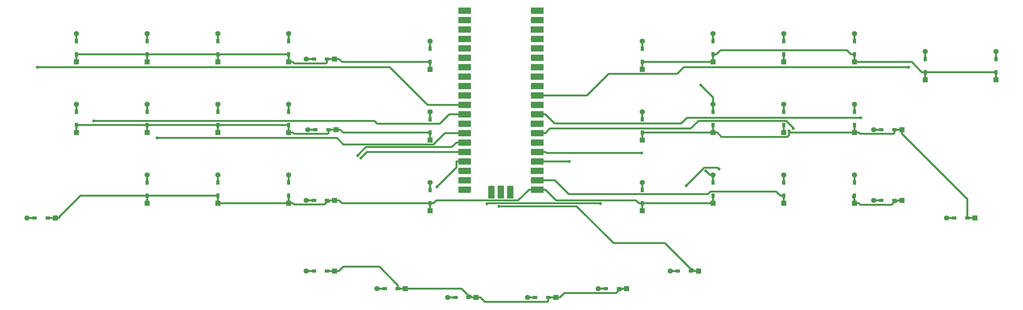
<source format=gbr>
G04 #@! TF.GenerationSoftware,KiCad,Pcbnew,8.0.4*
G04 #@! TF.CreationDate,2024-09-22T19:53:22+09:00*
G04 #@! TF.ProjectId,first_keyboard,66697273-745f-46b6-9579-626f6172642e,rev?*
G04 #@! TF.SameCoordinates,Original*
G04 #@! TF.FileFunction,Copper,L1,Top*
G04 #@! TF.FilePolarity,Positive*
%FSLAX46Y46*%
G04 Gerber Fmt 4.6, Leading zero omitted, Abs format (unit mm)*
G04 Created by KiCad (PCBNEW 8.0.4) date 2024-09-22 19:53:22*
%MOMM*%
%LPD*%
G01*
G04 APERTURE LIST*
G04 #@! TA.AperFunction,ComponentPad*
%ADD10O,1.700000X1.700000*%
G04 #@! TD*
G04 #@! TA.AperFunction,SMDPad,CuDef*
%ADD11R,3.500000X1.700000*%
G04 #@! TD*
G04 #@! TA.AperFunction,ComponentPad*
%ADD12R,1.700000X1.700000*%
G04 #@! TD*
G04 #@! TA.AperFunction,SMDPad,CuDef*
%ADD13R,1.700000X3.500000*%
G04 #@! TD*
G04 #@! TA.AperFunction,ComponentPad*
%ADD14R,1.397000X1.397000*%
G04 #@! TD*
G04 #@! TA.AperFunction,SMDPad,CuDef*
%ADD15R,0.950000X1.300000*%
G04 #@! TD*
G04 #@! TA.AperFunction,ComponentPad*
%ADD16C,1.397000*%
G04 #@! TD*
G04 #@! TA.AperFunction,SMDPad,CuDef*
%ADD17R,1.300000X0.950000*%
G04 #@! TD*
G04 #@! TA.AperFunction,ViaPad*
%ADD18C,0.800000*%
G04 #@! TD*
G04 #@! TA.AperFunction,Conductor*
%ADD19C,0.500000*%
G04 #@! TD*
G04 APERTURE END LIST*
D10*
X193516300Y-120332500D03*
D11*
X192616300Y-120332500D03*
D10*
X193516300Y-122872500D03*
D11*
X192616300Y-122872500D03*
D12*
X193516300Y-125412500D03*
D11*
X192616300Y-125412500D03*
D10*
X193516300Y-127952500D03*
D11*
X192616300Y-127952500D03*
D10*
X193516300Y-130492500D03*
D11*
X192616300Y-130492500D03*
D10*
X193516300Y-133032500D03*
D11*
X192616300Y-133032500D03*
D10*
X193516300Y-135572500D03*
D11*
X192616300Y-135572500D03*
D12*
X193516300Y-138112500D03*
D11*
X192616300Y-138112500D03*
D10*
X193516300Y-140652500D03*
D11*
X192616300Y-140652500D03*
D10*
X193516300Y-143192500D03*
D11*
X192616300Y-143192500D03*
D10*
X193516300Y-145732500D03*
D11*
X192616300Y-145732500D03*
D10*
X193516300Y-148272500D03*
D11*
X192616300Y-148272500D03*
D12*
X193516300Y-150812500D03*
D11*
X192616300Y-150812500D03*
D10*
X193516300Y-153352500D03*
D11*
X192616300Y-153352500D03*
D10*
X193516300Y-155892500D03*
D11*
X192616300Y-155892500D03*
D10*
X193516300Y-158432500D03*
D11*
X192616300Y-158432500D03*
D10*
X193516300Y-160972500D03*
D11*
X192616300Y-160972500D03*
D12*
X193516300Y-163512500D03*
D11*
X192616300Y-163512500D03*
D10*
X193516300Y-166052500D03*
D11*
X192616300Y-166052500D03*
D10*
X193516300Y-168592500D03*
D11*
X192616300Y-168592500D03*
D10*
X211296300Y-168592500D03*
D11*
X212196300Y-168592500D03*
D10*
X211296300Y-166052500D03*
D11*
X212196300Y-166052500D03*
D12*
X211296300Y-163512500D03*
D11*
X212196300Y-163512500D03*
D10*
X211296300Y-160972500D03*
D11*
X212196300Y-160972500D03*
D10*
X211296300Y-158432500D03*
D11*
X212196300Y-158432500D03*
D10*
X211296300Y-155892500D03*
D11*
X212196300Y-155892500D03*
D10*
X211296300Y-153352500D03*
D11*
X212196300Y-153352500D03*
D12*
X211296300Y-150812500D03*
D11*
X212196300Y-150812500D03*
D10*
X211296300Y-148272500D03*
D11*
X212196300Y-148272500D03*
D10*
X211296300Y-145732500D03*
D11*
X212196300Y-145732500D03*
D10*
X211296300Y-143192500D03*
D11*
X212196300Y-143192500D03*
D10*
X211296300Y-140652500D03*
D11*
X212196300Y-140652500D03*
D12*
X211296300Y-138112500D03*
D11*
X212196300Y-138112500D03*
D10*
X211296300Y-135572500D03*
D11*
X212196300Y-135572500D03*
D10*
X211296300Y-133032500D03*
D11*
X212196300Y-133032500D03*
D10*
X211296300Y-130492500D03*
D11*
X212196300Y-130492500D03*
D10*
X211296300Y-127952500D03*
D11*
X212196300Y-127952500D03*
D12*
X211296300Y-125412500D03*
D11*
X212196300Y-125412500D03*
D10*
X211296300Y-122872500D03*
D11*
X212196300Y-122872500D03*
D10*
X211296300Y-120332500D03*
D11*
X212196300Y-120332500D03*
D10*
X199866300Y-168362500D03*
D13*
X199866300Y-169262500D03*
D12*
X202406300Y-168362500D03*
D13*
X202406300Y-169262500D03*
D10*
X204946300Y-168362500D03*
D13*
X204946300Y-169262500D03*
D14*
X297656300Y-153222500D03*
D15*
X297656300Y-151187500D03*
X297656300Y-147637500D03*
D16*
X297656300Y-145602500D03*
D14*
X157638800Y-190500000D03*
D17*
X155603800Y-190500000D03*
X152053800Y-190500000D03*
D16*
X150018800Y-190500000D03*
D14*
X240506300Y-136207500D03*
D15*
X240506300Y-134172500D03*
X240506300Y-130622500D03*
D16*
X240506300Y-128587500D03*
D14*
X107156300Y-172272500D03*
D15*
X107156300Y-170237500D03*
X107156300Y-166687500D03*
D16*
X107156300Y-164652500D03*
D14*
X183356300Y-136207500D03*
D15*
X183356300Y-134172500D03*
X183356300Y-130622500D03*
D16*
X183356300Y-128587500D03*
D14*
X145256300Y-172272500D03*
D15*
X145256300Y-170237500D03*
X145256300Y-166687500D03*
D16*
X145256300Y-164652500D03*
D14*
X107156300Y-134172500D03*
D15*
X107156300Y-132137500D03*
X107156300Y-128587500D03*
D16*
X107156300Y-126552500D03*
D14*
X126206300Y-153222500D03*
D15*
X126206300Y-151187500D03*
X126206300Y-147637500D03*
D16*
X126206300Y-145602500D03*
D14*
X195738800Y-197643700D03*
D17*
X193703800Y-197643700D03*
X190153800Y-197643700D03*
D16*
X188118800Y-197643700D03*
D14*
X88106300Y-153222500D03*
D15*
X88106300Y-151187500D03*
X88106300Y-147637500D03*
D16*
X88106300Y-145602500D03*
D14*
X126206300Y-134172500D03*
D15*
X126206300Y-132137500D03*
X126206300Y-128587500D03*
D16*
X126206300Y-126552500D03*
D14*
X126206300Y-172272500D03*
D15*
X126206300Y-170237500D03*
X126206300Y-166687500D03*
D16*
X126206300Y-164652500D03*
D14*
X217170000Y-197643700D03*
D17*
X215135000Y-197643700D03*
X211585000Y-197643700D03*
D16*
X209550000Y-197643700D03*
D14*
X259556300Y-172272500D03*
D15*
X259556300Y-170237500D03*
X259556300Y-166687500D03*
D16*
X259556300Y-164652500D03*
D14*
X82391300Y-176212500D03*
D17*
X80356300Y-176212500D03*
X76806300Y-176212500D03*
D16*
X74771300Y-176212500D03*
D14*
X183356300Y-174307500D03*
D15*
X183356300Y-172272500D03*
X183356300Y-168722500D03*
D16*
X183356300Y-166687500D03*
D14*
X157985000Y-152400000D03*
D17*
X155950000Y-152400000D03*
X152400000Y-152400000D03*
D16*
X150365000Y-152400000D03*
D14*
X297656300Y-172272500D03*
D15*
X297656300Y-170237500D03*
X297656300Y-166687500D03*
D16*
X297656300Y-164652500D03*
D14*
X310385000Y-152400000D03*
D17*
X308350000Y-152400000D03*
X304800000Y-152400000D03*
D16*
X302765000Y-152400000D03*
D14*
X145256300Y-153222500D03*
D15*
X145256300Y-151187500D03*
X145256300Y-147637500D03*
D16*
X145256300Y-145602500D03*
D14*
X259556300Y-153222500D03*
D15*
X259556300Y-151187500D03*
X259556300Y-147637500D03*
D16*
X259556300Y-145602500D03*
D14*
X259556300Y-134172500D03*
D15*
X259556300Y-132137500D03*
X259556300Y-128587500D03*
D16*
X259556300Y-126552500D03*
D14*
X176688800Y-195262500D03*
D17*
X174653800Y-195262500D03*
X171103800Y-195262500D03*
D16*
X169068800Y-195262500D03*
D14*
X278606300Y-153222500D03*
D15*
X278606300Y-151187500D03*
X278606300Y-147637500D03*
D16*
X278606300Y-145602500D03*
D14*
X316706300Y-138935000D03*
D15*
X316706300Y-136900000D03*
X316706300Y-133350000D03*
D16*
X316706300Y-131315000D03*
D14*
X145256300Y-134172500D03*
D15*
X145256300Y-132137500D03*
X145256300Y-128587500D03*
D16*
X145256300Y-126552500D03*
D14*
X335756300Y-138935000D03*
D15*
X335756300Y-136900000D03*
X335756300Y-133350000D03*
D16*
X335756300Y-131315000D03*
D14*
X310385000Y-171450000D03*
D17*
X308350000Y-171450000D03*
X304800000Y-171450000D03*
D16*
X302765000Y-171450000D03*
D14*
X183356300Y-155257500D03*
D15*
X183356300Y-153222500D03*
X183356300Y-149672500D03*
D16*
X183356300Y-147637500D03*
D14*
X107156300Y-153222500D03*
D15*
X107156300Y-151187500D03*
X107156300Y-147637500D03*
D16*
X107156300Y-145602500D03*
D14*
X278606300Y-134172500D03*
D15*
X278606300Y-132137500D03*
X278606300Y-128587500D03*
D16*
X278606300Y-126552500D03*
D14*
X297656300Y-134172500D03*
D15*
X297656300Y-132137500D03*
X297656300Y-128587500D03*
D16*
X297656300Y-126552500D03*
D14*
X88106300Y-134172500D03*
D15*
X88106300Y-132137500D03*
X88106300Y-128587500D03*
D16*
X88106300Y-126552500D03*
D14*
X278606300Y-172272500D03*
D15*
X278606300Y-170237500D03*
X278606300Y-166687500D03*
D16*
X278606300Y-164652500D03*
D14*
X240506300Y-174307500D03*
D15*
X240506300Y-172272500D03*
X240506300Y-168722500D03*
D16*
X240506300Y-166687500D03*
D14*
X236220000Y-195262500D03*
D17*
X234185000Y-195262500D03*
X230635000Y-195262500D03*
D16*
X228600000Y-195262500D03*
D14*
X240506300Y-155257500D03*
D15*
X240506300Y-153222500D03*
X240506300Y-149672500D03*
D16*
X240506300Y-147637500D03*
D14*
X157638800Y-133350000D03*
D17*
X155603800Y-133350000D03*
X152053800Y-133350000D03*
D16*
X150018800Y-133350000D03*
D14*
X330041300Y-176212500D03*
D17*
X328006300Y-176212500D03*
X324456300Y-176212500D03*
D16*
X322421300Y-176212500D03*
D14*
X157638800Y-171450000D03*
D17*
X155603800Y-171450000D03*
X152053800Y-171450000D03*
D16*
X150018800Y-171450000D03*
D14*
X255616300Y-190500000D03*
D17*
X253581300Y-190500000D03*
X250031300Y-190500000D03*
D16*
X247996300Y-190500000D03*
D18*
X312233500Y-135593100D03*
X299372000Y-149209500D03*
X281131300Y-152132500D03*
X252347200Y-167490100D03*
X261141400Y-162995900D03*
X240275100Y-158728100D03*
X220846300Y-160972500D03*
X185157600Y-167854900D03*
X164713900Y-160050600D03*
X163824900Y-159376000D03*
X109829100Y-154643100D03*
X92773000Y-150085600D03*
X77616400Y-135565600D03*
X257576300Y-163546900D03*
X256250300Y-140440000D03*
X229233600Y-172352400D03*
X198643600Y-172417900D03*
X280018100Y-152748200D03*
X201842400Y-173076700D03*
D19*
X322421300Y-176212500D02*
X324456300Y-176212500D01*
X335756300Y-131315000D02*
X335756300Y-133350000D01*
X251659300Y-135593100D02*
X312233500Y-135593100D01*
X249894500Y-137357900D02*
X251659300Y-135593100D01*
X231430700Y-137357900D02*
X249894500Y-137357900D01*
X225596100Y-143192500D02*
X231430700Y-137357900D01*
X211296300Y-143192500D02*
X225596100Y-143192500D01*
X252537700Y-149209500D02*
X299372000Y-149209500D01*
X250972800Y-150774400D02*
X252537700Y-149209500D01*
X216900100Y-150774400D02*
X250972800Y-150774400D01*
X214398200Y-148272500D02*
X216900100Y-150774400D01*
X211296300Y-148272500D02*
X214398200Y-148272500D01*
X281131300Y-151888000D02*
X281131300Y-152132500D01*
X279297600Y-150054300D02*
X281131300Y-151888000D01*
X255629000Y-150054300D02*
X279297600Y-150054300D01*
X253562700Y-152120600D02*
X255629000Y-150054300D01*
X215630100Y-152120600D02*
X253562700Y-152120600D01*
X214398200Y-153352500D02*
X215630100Y-152120600D01*
X211296300Y-153352500D02*
X214398200Y-153352500D01*
X260840400Y-162694900D02*
X261141400Y-162995900D01*
X257142400Y-162694900D02*
X260840400Y-162694900D01*
X252347200Y-167490100D02*
X257142400Y-162694900D01*
X211296300Y-158432500D02*
X214398200Y-158432500D01*
X214693800Y-158728100D02*
X240275100Y-158728100D01*
X214398200Y-158432500D02*
X214693800Y-158728100D01*
X211296300Y-160972500D02*
X220846300Y-160972500D01*
X190414400Y-162598100D02*
X185157600Y-167854900D01*
X190414400Y-160972500D02*
X190414400Y-162598100D01*
X193516300Y-160972500D02*
X190414400Y-160972500D01*
X193516300Y-158432500D02*
X190414400Y-158432500D01*
X166332000Y-158432500D02*
X164713900Y-160050600D01*
X190414400Y-158432500D02*
X166332000Y-158432500D01*
X193516300Y-155892500D02*
X190414400Y-155892500D01*
X189174800Y-157132100D02*
X190414400Y-155892500D01*
X166068800Y-157132100D02*
X189174800Y-157132100D01*
X163824900Y-159376000D02*
X166068800Y-157132100D01*
X158233400Y-154643100D02*
X109829100Y-154643100D01*
X159998200Y-156407900D02*
X158233400Y-154643100D01*
X184242000Y-156407900D02*
X159998200Y-156407900D01*
X187297400Y-153352500D02*
X184242000Y-156407900D01*
X193516300Y-153352500D02*
X187297400Y-153352500D01*
X168383700Y-150085600D02*
X92773000Y-150085600D01*
X169123900Y-150825800D02*
X168383700Y-150085600D01*
X185958000Y-150825800D02*
X169123900Y-150825800D01*
X188511300Y-148272500D02*
X185958000Y-150825800D01*
X193516300Y-148272500D02*
X188511300Y-148272500D01*
X172493400Y-135565600D02*
X77616400Y-135565600D01*
X182660300Y-145732500D02*
X172493400Y-135565600D01*
X193516300Y-145732500D02*
X182660300Y-145732500D01*
X302765000Y-171450000D02*
X304800000Y-171450000D01*
X302765000Y-152400000D02*
X304800000Y-152400000D01*
X316706300Y-131315000D02*
X316706300Y-133350000D01*
X297656300Y-164652500D02*
X297656300Y-166687500D01*
X297656300Y-145602500D02*
X297656300Y-147637500D01*
X297656300Y-126552500D02*
X297656300Y-128587500D01*
X278606300Y-164652500D02*
X278606300Y-166687500D01*
X278606300Y-145602500D02*
X278606300Y-147637500D01*
X278606300Y-126552500D02*
X278606300Y-128587500D01*
X247996300Y-190500000D02*
X250031300Y-190500000D01*
X228600000Y-195262500D02*
X230635000Y-195262500D01*
X259556300Y-166687500D02*
X259556300Y-165585600D01*
X259556300Y-164652500D02*
X259556300Y-165585600D01*
X258681900Y-164652500D02*
X257576300Y-163546900D01*
X259556300Y-164652500D02*
X258681900Y-164652500D01*
X259556300Y-147637500D02*
X259556300Y-145602500D01*
X259556300Y-143746000D02*
X256250300Y-140440000D01*
X259556300Y-145602500D02*
X259556300Y-143746000D01*
X259556300Y-126552500D02*
X259556300Y-128587500D01*
X209550000Y-197643700D02*
X211585000Y-197643700D01*
X240506300Y-166687500D02*
X240506300Y-168722500D01*
X240506300Y-147637500D02*
X240506300Y-149672500D01*
X240506300Y-128587500D02*
X240506300Y-130622500D01*
X188118800Y-197643700D02*
X190153800Y-197643700D01*
X183356300Y-166687500D02*
X183356300Y-168722500D01*
X183356300Y-147637500D02*
X183356300Y-149672500D01*
X183356300Y-128587500D02*
X183356300Y-130622500D01*
X169068800Y-195262500D02*
X171103800Y-195262500D01*
X150018800Y-171450000D02*
X152053800Y-171450000D01*
X150365000Y-152400000D02*
X152400000Y-152400000D01*
X150018800Y-133350000D02*
X152053800Y-133350000D01*
X150018800Y-190500000D02*
X152053800Y-190500000D01*
X145256300Y-164652500D02*
X145256300Y-166687500D01*
X145256300Y-145602500D02*
X145256300Y-147637500D01*
X145256300Y-126552500D02*
X145256300Y-128587500D01*
X126206300Y-164652500D02*
X126206300Y-166687500D01*
X126206300Y-145602500D02*
X126206300Y-147637500D01*
X126206300Y-126552500D02*
X126206300Y-128587500D01*
X107156300Y-164652500D02*
X107156300Y-166687500D01*
X107156300Y-145602500D02*
X107156300Y-147637500D01*
X217170000Y-197643700D02*
X215135000Y-197643700D01*
X198039600Y-198794100D02*
X196889200Y-197643700D01*
X214911500Y-198794100D02*
X198039600Y-198794100D01*
X215135000Y-198570600D02*
X214911500Y-198794100D01*
X215135000Y-197643700D02*
X215135000Y-198570600D01*
X195738800Y-197643700D02*
X196889200Y-197643700D01*
X193703800Y-197643700D02*
X193703800Y-197180200D01*
X195738800Y-197643700D02*
X194588400Y-197643700D01*
X157638800Y-190500000D02*
X158789200Y-190500000D01*
X174653800Y-195262500D02*
X176688800Y-195262500D01*
X159932800Y-189356400D02*
X158789200Y-190500000D01*
X169674600Y-189356400D02*
X159932800Y-189356400D01*
X174653800Y-194335600D02*
X169674600Y-189356400D01*
X174653800Y-195262500D02*
X174653800Y-194335600D01*
X155603800Y-190500000D02*
X157638800Y-190500000D01*
X278606300Y-172272500D02*
X278606300Y-170237500D01*
X216930500Y-166052500D02*
X211296300Y-166052500D01*
X220702400Y-169824400D02*
X216930500Y-166052500D01*
X258174800Y-169824400D02*
X220702400Y-169824400D01*
X258863600Y-169135600D02*
X258174800Y-169824400D01*
X276577500Y-169135600D02*
X258863600Y-169135600D01*
X277679400Y-170237500D02*
X276577500Y-169135600D01*
X278606300Y-170237500D02*
X277679400Y-170237500D01*
X194124900Y-197180200D02*
X193703800Y-197180200D01*
X194588400Y-197643700D02*
X194124900Y-197180200D01*
X191786100Y-195262500D02*
X176688800Y-195262500D01*
X193703800Y-197180200D02*
X191786100Y-195262500D01*
X234185000Y-195262500D02*
X234185000Y-195725900D01*
X236220000Y-195262500D02*
X235069600Y-195262500D01*
X234606200Y-195725900D02*
X234185000Y-195725900D01*
X235069600Y-195262500D02*
X234606200Y-195725900D01*
X219470800Y-196493300D02*
X218320400Y-197643700D01*
X233417600Y-196493300D02*
X219470800Y-196493300D01*
X234185000Y-195725900D02*
X233417600Y-196493300D01*
X217170000Y-197643700D02*
X218320400Y-197643700D01*
X107156300Y-126552500D02*
X107156300Y-128587500D01*
X80356300Y-176212500D02*
X82391300Y-176212500D01*
X89229100Y-170237500D02*
X107156300Y-170237500D01*
X83541700Y-175924900D02*
X89229100Y-170237500D01*
X83541700Y-176212500D02*
X83541700Y-175924900D01*
X82391300Y-176212500D02*
X83541700Y-176212500D01*
X259556300Y-172272500D02*
X258405900Y-172272500D01*
X278606300Y-151187500D02*
X278606300Y-153222500D01*
X157638800Y-171450000D02*
X158789200Y-171450000D01*
X259556300Y-170237500D02*
X259556300Y-172272500D01*
X240506300Y-172272500D02*
X240506300Y-174307500D01*
X107156300Y-172272500D02*
X107156300Y-171122100D01*
X126206300Y-170237500D02*
X107156300Y-170237500D01*
X107156300Y-170237500D02*
X107156300Y-171122100D01*
X159611700Y-172272500D02*
X183356300Y-172272500D01*
X158789200Y-171450000D02*
X159611700Y-172272500D01*
X145256300Y-172272500D02*
X145256300Y-171122100D01*
X126206300Y-170237500D02*
X126206300Y-172272500D01*
X145256300Y-172272500D02*
X144105900Y-172272500D01*
X145256300Y-170237500D02*
X145256300Y-171122100D01*
X126206300Y-172272500D02*
X144105900Y-172272500D01*
X211296300Y-168592500D02*
X214398200Y-168592500D01*
X258405900Y-172272500D02*
X240506300Y-172272500D01*
X240506300Y-172272500D02*
X239579400Y-172272500D01*
X297656300Y-170237500D02*
X297192900Y-170237500D01*
X297192900Y-170658700D02*
X297656300Y-171122100D01*
X297192900Y-170237500D02*
X297192900Y-170658700D01*
X308350000Y-171450000D02*
X308350000Y-171913400D01*
X308771200Y-171913400D02*
X309234600Y-171450000D01*
X308350000Y-171913400D02*
X308771200Y-171913400D01*
X310385000Y-171450000D02*
X309234600Y-171450000D01*
X155603800Y-171450000D02*
X155603800Y-171913400D01*
X157638800Y-171450000D02*
X156488400Y-171450000D01*
X217306200Y-171500500D02*
X214398200Y-168592500D01*
X238807400Y-171500500D02*
X217306200Y-171500500D01*
X239579400Y-172272500D02*
X238807400Y-171500500D01*
X297656300Y-172260500D02*
X297656300Y-171122100D01*
X297656300Y-172260500D02*
X297656300Y-172272500D01*
X307630900Y-172632500D02*
X308350000Y-171913400D01*
X299166700Y-172632500D02*
X307630900Y-172632500D01*
X298806700Y-172272500D02*
X299166700Y-172632500D01*
X297656300Y-172272500D02*
X298806700Y-172272500D01*
X145256300Y-172272500D02*
X146406700Y-172272500D01*
X156025000Y-171913400D02*
X156488400Y-171450000D01*
X155603800Y-171913400D02*
X156025000Y-171913400D01*
X146749900Y-172615700D02*
X146406700Y-172272500D01*
X154901500Y-172615700D02*
X146749900Y-172615700D01*
X155603800Y-171913400D02*
X154901500Y-172615700D01*
X211296300Y-168592500D02*
X209994400Y-168592500D01*
X183356300Y-174307500D02*
X183356300Y-172272500D01*
X207084900Y-171502000D02*
X209994400Y-168592500D01*
X185053700Y-171502000D02*
X207084900Y-171502000D01*
X184283200Y-172272500D02*
X185053700Y-171502000D01*
X183356300Y-172272500D02*
X184283200Y-172272500D01*
X74771300Y-176212500D02*
X76806300Y-176212500D01*
X146755100Y-153570900D02*
X146406700Y-153222500D01*
X155706000Y-153570900D02*
X146755100Y-153570900D01*
X155950000Y-153326900D02*
X155706000Y-153570900D01*
X155950000Y-152400000D02*
X155950000Y-153326900D01*
X145256300Y-153222500D02*
X146406700Y-153222500D01*
X259556300Y-153222500D02*
X258405900Y-153222500D01*
X107156300Y-151187500D02*
X107156300Y-153222500D01*
X145256300Y-151187500D02*
X145256300Y-153222500D01*
X126206300Y-151187500D02*
X127133200Y-151187500D01*
X145256300Y-151187500D02*
X127133200Y-151187500D01*
X88106300Y-153222500D02*
X88106300Y-152072100D01*
X88106300Y-151187500D02*
X88106300Y-152072100D01*
X88106300Y-151187500D02*
X107156300Y-151187500D01*
X126206300Y-153222500D02*
X126206300Y-152072100D01*
X155950000Y-152400000D02*
X157985000Y-152400000D01*
X297656300Y-151187500D02*
X297656300Y-153222500D01*
X107156300Y-151187500D02*
X126206300Y-151187500D01*
X126206300Y-151187500D02*
X126206300Y-152072100D01*
X183356300Y-153222500D02*
X183356300Y-155257500D01*
X157985000Y-152400000D02*
X159135400Y-152400000D01*
X159957900Y-153222500D02*
X159135400Y-152400000D01*
X183356300Y-153222500D02*
X159957900Y-153222500D01*
X240506300Y-155257500D02*
X240506300Y-154107100D01*
X258405900Y-153222500D02*
X240506300Y-153222500D01*
X240506300Y-153222500D02*
X240506300Y-154107100D01*
X297656300Y-153222500D02*
X298806700Y-153222500D01*
X308350000Y-152400000D02*
X310385000Y-152400000D01*
X299142900Y-153558700D02*
X298806700Y-153222500D01*
X308118200Y-153558700D02*
X299142900Y-153558700D01*
X308350000Y-153326900D02*
X308118200Y-153558700D01*
X308350000Y-152400000D02*
X308350000Y-153326900D01*
X328006300Y-176212500D02*
X330041300Y-176212500D01*
X310385000Y-152400000D02*
X310385000Y-153550400D01*
X328006300Y-171171700D02*
X310385000Y-153550400D01*
X328006300Y-176212500D02*
X328006300Y-171171700D01*
X198838300Y-172223200D02*
X198643600Y-172417900D01*
X229104400Y-172223200D02*
X198838300Y-172223200D01*
X229233600Y-172352400D02*
X229104400Y-172223200D01*
X297656300Y-153222500D02*
X296505900Y-153222500D01*
X259556300Y-151187500D02*
X259556300Y-153222500D01*
X259556300Y-153222500D02*
X260706700Y-153222500D01*
X278606300Y-132137500D02*
X278606300Y-134172500D01*
X296505900Y-153222500D02*
X280018100Y-153222500D01*
X280018100Y-153869700D02*
X280018100Y-153222500D01*
X279514900Y-154372900D02*
X280018100Y-153869700D01*
X261857100Y-154372900D02*
X279514900Y-154372900D01*
X260706700Y-153222500D02*
X261857100Y-154372900D01*
X280018100Y-153222500D02*
X280018100Y-152748200D01*
X88106300Y-145602500D02*
X88106300Y-147637500D01*
X145256300Y-134172500D02*
X146406700Y-134172500D01*
X146782100Y-134547900D02*
X146406700Y-134172500D01*
X155332800Y-134547900D02*
X146782100Y-134547900D01*
X155603800Y-134276900D02*
X155332800Y-134547900D01*
X155603800Y-133350000D02*
X155603800Y-134276900D01*
X107156300Y-132137500D02*
X106229400Y-132137500D01*
X335756300Y-136900000D02*
X335756300Y-138935000D01*
X316706300Y-136900000D02*
X317169800Y-136900000D01*
X297656300Y-132137500D02*
X296729400Y-132137500D01*
X259556300Y-132137500D02*
X260019800Y-132137500D01*
X260019800Y-132137500D02*
X260483200Y-132137500D01*
X259556300Y-132601000D02*
X259556300Y-134172500D01*
X260019800Y-132137500D02*
X259556300Y-132601000D01*
X259556300Y-134172500D02*
X241433200Y-134172500D01*
X107156300Y-134172500D02*
X107156300Y-133022100D01*
X126206300Y-132137500D02*
X107156300Y-132137500D01*
X107156300Y-132137500D02*
X107156300Y-133022100D01*
X155603800Y-133350000D02*
X157638800Y-133350000D01*
X183356300Y-134172500D02*
X182892900Y-134172500D01*
X240506300Y-134172500D02*
X240969800Y-134172500D01*
X240969800Y-134172500D02*
X241433200Y-134172500D01*
X240506300Y-134636000D02*
X240506300Y-136207500D01*
X240969800Y-134172500D02*
X240506300Y-134636000D01*
X295627100Y-131035200D02*
X296729400Y-132137500D01*
X261585500Y-131035200D02*
X295627100Y-131035200D01*
X260483200Y-132137500D02*
X261585500Y-131035200D01*
X88106300Y-134172500D02*
X88106300Y-133022100D01*
X106229400Y-132137500D02*
X88106300Y-132137500D01*
X88106300Y-132137500D02*
X88106300Y-133022100D01*
X145256300Y-132137500D02*
X145256300Y-134172500D01*
X145256300Y-132137500D02*
X127133200Y-132137500D01*
X126206300Y-132137500D02*
X126669800Y-132137500D01*
X126669800Y-132137500D02*
X127133200Y-132137500D01*
X126206300Y-132601000D02*
X126206300Y-134172500D01*
X126669800Y-132137500D02*
X126206300Y-132601000D01*
X157638800Y-133350000D02*
X158789200Y-133350000D01*
X183356300Y-134635900D02*
X182892900Y-134172500D01*
X183356300Y-136207500D02*
X183356300Y-134635900D01*
X159611700Y-134172500D02*
X158789200Y-133350000D01*
X182892900Y-134172500D02*
X159611700Y-134172500D01*
X253581300Y-190500000D02*
X253581300Y-190036500D01*
X255616300Y-190500000D02*
X254465900Y-190500000D01*
X335756300Y-136900000D02*
X334829400Y-136900000D01*
X316706300Y-137363500D02*
X317169800Y-136900000D01*
X316706300Y-138935000D02*
X316706300Y-137363500D01*
X317169800Y-136900000D02*
X334829400Y-136900000D01*
X254002400Y-190036500D02*
X254465900Y-190500000D01*
X253581300Y-190036500D02*
X254002400Y-190036500D01*
X222801100Y-173076700D02*
X201842400Y-173076700D01*
X232761500Y-183037100D02*
X222801100Y-173076700D01*
X246581900Y-183037100D02*
X232761500Y-183037100D01*
X253581300Y-190036500D02*
X246581900Y-183037100D01*
X297656300Y-132137500D02*
X297656300Y-134172500D01*
X313051900Y-134172500D02*
X315779400Y-136900000D01*
X298806700Y-134172500D02*
X313051900Y-134172500D01*
X297656300Y-134172500D02*
X298806700Y-134172500D01*
X316706300Y-136900000D02*
X315779400Y-136900000D01*
X88106300Y-126552500D02*
X88106300Y-128587500D01*
M02*

</source>
